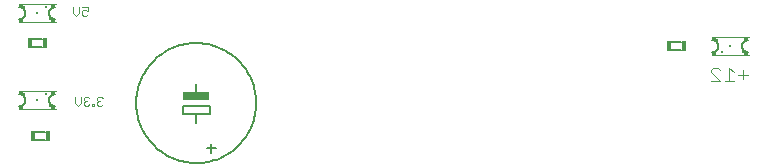
<source format=gbo>
G75*
%MOIN*%
%OFA0B0*%
%FSLAX24Y24*%
%IPPOS*%
%LPD*%
%AMOC8*
5,1,8,0,0,1.08239X$1,22.5*
%
%ADD10C,0.0030*%
%ADD11C,0.0040*%
%ADD12C,0.0060*%
%ADD13R,0.0900X0.0250*%
%ADD14C,0.0080*%
%ADD15C,0.0098*%
%ADD16R,0.0177X0.0157*%
%ADD17R,0.0069X0.0128*%
%ADD18R,0.0079X0.0079*%
%ADD19R,0.0160X0.0340*%
D10*
X006005Y003412D02*
X006005Y003605D01*
X006005Y003412D02*
X006102Y003315D01*
X006198Y003412D01*
X006198Y003605D01*
X006300Y003557D02*
X006300Y003508D01*
X006348Y003460D01*
X006300Y003412D01*
X006300Y003363D01*
X006348Y003315D01*
X006445Y003315D01*
X006493Y003363D01*
X006592Y003363D02*
X006592Y003315D01*
X006640Y003315D01*
X006640Y003363D01*
X006592Y003363D01*
X006742Y003363D02*
X006790Y003315D01*
X006887Y003315D01*
X006935Y003363D01*
X006838Y003460D02*
X006790Y003460D01*
X006742Y003412D01*
X006742Y003363D01*
X006790Y003460D02*
X006742Y003508D01*
X006742Y003557D01*
X006790Y003605D01*
X006887Y003605D01*
X006935Y003557D01*
X006493Y003557D02*
X006445Y003605D01*
X006348Y003605D01*
X006300Y003557D01*
X006348Y003460D02*
X006396Y003460D01*
X006387Y006315D02*
X006290Y006315D01*
X006242Y006363D01*
X006242Y006460D01*
X006290Y006508D01*
X006338Y006508D01*
X006435Y006460D01*
X006435Y006605D01*
X006242Y006605D01*
X006140Y006605D02*
X006140Y006412D01*
X006044Y006315D01*
X005947Y006412D01*
X005947Y006605D01*
X006387Y006315D02*
X006435Y006363D01*
D11*
X005360Y003205D02*
X004140Y003205D01*
X004140Y003795D02*
X005360Y003795D01*
X005360Y006105D02*
X004140Y006105D01*
X004140Y006695D02*
X005360Y006695D01*
X027240Y005595D02*
X028460Y005595D01*
X028460Y005005D02*
X027240Y005005D01*
X027279Y004580D02*
X027432Y004580D01*
X027509Y004504D01*
X027279Y004580D02*
X027202Y004504D01*
X027202Y004427D01*
X027509Y004120D01*
X027202Y004120D01*
X027663Y004120D02*
X027970Y004120D01*
X027816Y004120D02*
X027816Y004580D01*
X027970Y004427D01*
X028123Y004350D02*
X028430Y004350D01*
X028277Y004197D02*
X028277Y004504D01*
D12*
X026220Y005160D02*
X025880Y005160D01*
X025880Y005440D02*
X026220Y005440D01*
X010700Y001900D02*
X010400Y001900D01*
X010550Y002050D02*
X010550Y001750D01*
X010050Y002750D02*
X010050Y002950D01*
X010050Y003050D01*
X010500Y003050D01*
X010500Y003300D01*
X009600Y003300D01*
X009600Y003050D01*
X010050Y003050D01*
X008050Y003400D02*
X008052Y003489D01*
X008058Y003578D01*
X008068Y003667D01*
X008082Y003755D01*
X008099Y003842D01*
X008121Y003928D01*
X008147Y004014D01*
X008176Y004098D01*
X008209Y004181D01*
X008245Y004262D01*
X008286Y004342D01*
X008329Y004419D01*
X008376Y004495D01*
X008427Y004568D01*
X008480Y004639D01*
X008537Y004708D01*
X008597Y004774D01*
X008660Y004838D01*
X008725Y004898D01*
X008793Y004956D01*
X008864Y005010D01*
X008937Y005061D01*
X009012Y005109D01*
X009089Y005154D01*
X009168Y005195D01*
X009249Y005232D01*
X009331Y005266D01*
X009415Y005297D01*
X009500Y005323D01*
X009586Y005346D01*
X009673Y005364D01*
X009761Y005379D01*
X009850Y005390D01*
X009939Y005397D01*
X010028Y005400D01*
X010117Y005399D01*
X010206Y005394D01*
X010294Y005385D01*
X010383Y005372D01*
X010470Y005355D01*
X010557Y005335D01*
X010643Y005310D01*
X010727Y005282D01*
X010810Y005250D01*
X010892Y005214D01*
X010972Y005175D01*
X011050Y005132D01*
X011126Y005086D01*
X011200Y005036D01*
X011272Y004983D01*
X011341Y004927D01*
X011408Y004868D01*
X011472Y004806D01*
X011533Y004742D01*
X011592Y004674D01*
X011647Y004604D01*
X011699Y004532D01*
X011748Y004457D01*
X011793Y004381D01*
X011835Y004302D01*
X011873Y004222D01*
X011908Y004140D01*
X011939Y004056D01*
X011967Y003971D01*
X011990Y003885D01*
X012010Y003798D01*
X012026Y003711D01*
X012038Y003622D01*
X012046Y003534D01*
X012050Y003445D01*
X012050Y003355D01*
X012046Y003266D01*
X012038Y003178D01*
X012026Y003089D01*
X012010Y003002D01*
X011990Y002915D01*
X011967Y002829D01*
X011939Y002744D01*
X011908Y002660D01*
X011873Y002578D01*
X011835Y002498D01*
X011793Y002419D01*
X011748Y002343D01*
X011699Y002268D01*
X011647Y002196D01*
X011592Y002126D01*
X011533Y002058D01*
X011472Y001994D01*
X011408Y001932D01*
X011341Y001873D01*
X011272Y001817D01*
X011200Y001764D01*
X011126Y001714D01*
X011050Y001668D01*
X010972Y001625D01*
X010892Y001586D01*
X010810Y001550D01*
X010727Y001518D01*
X010643Y001490D01*
X010557Y001465D01*
X010470Y001445D01*
X010383Y001428D01*
X010294Y001415D01*
X010206Y001406D01*
X010117Y001401D01*
X010028Y001400D01*
X009939Y001403D01*
X009850Y001410D01*
X009761Y001421D01*
X009673Y001436D01*
X009586Y001454D01*
X009500Y001477D01*
X009415Y001503D01*
X009331Y001534D01*
X009249Y001568D01*
X009168Y001605D01*
X009089Y001646D01*
X009012Y001691D01*
X008937Y001739D01*
X008864Y001790D01*
X008793Y001844D01*
X008725Y001902D01*
X008660Y001962D01*
X008597Y002026D01*
X008537Y002092D01*
X008480Y002161D01*
X008427Y002232D01*
X008376Y002305D01*
X008329Y002381D01*
X008286Y002458D01*
X008245Y002538D01*
X008209Y002619D01*
X008176Y002702D01*
X008147Y002786D01*
X008121Y002872D01*
X008099Y002958D01*
X008082Y003045D01*
X008068Y003133D01*
X008058Y003222D01*
X008052Y003311D01*
X008050Y003400D01*
X010050Y003650D02*
X010050Y003850D01*
X010050Y004050D01*
X004920Y005260D02*
X004580Y005260D01*
X004580Y005540D02*
X004920Y005540D01*
X005020Y002440D02*
X004680Y002440D01*
X004680Y002160D02*
X005020Y002160D01*
D13*
X010050Y003625D03*
D14*
X005341Y003697D02*
X005314Y003695D01*
X005288Y003690D01*
X005263Y003681D01*
X005239Y003668D01*
X005217Y003653D01*
X005197Y003634D01*
X005180Y003614D01*
X005166Y003591D01*
X005155Y003566D01*
X005148Y003540D01*
X005144Y003513D01*
X005144Y003487D01*
X005148Y003460D01*
X005155Y003434D01*
X005166Y003409D01*
X005180Y003386D01*
X005197Y003366D01*
X005217Y003347D01*
X005239Y003332D01*
X005263Y003319D01*
X005288Y003310D01*
X005314Y003305D01*
X005341Y003303D01*
X004159Y003303D02*
X004186Y003305D01*
X004212Y003310D01*
X004237Y003319D01*
X004261Y003332D01*
X004283Y003347D01*
X004303Y003366D01*
X004320Y003386D01*
X004334Y003409D01*
X004345Y003434D01*
X004352Y003460D01*
X004356Y003487D01*
X004356Y003513D01*
X004352Y003540D01*
X004345Y003566D01*
X004334Y003591D01*
X004320Y003614D01*
X004303Y003634D01*
X004283Y003653D01*
X004261Y003668D01*
X004237Y003681D01*
X004212Y003690D01*
X004186Y003695D01*
X004159Y003697D01*
X004159Y006203D02*
X004186Y006205D01*
X004212Y006210D01*
X004237Y006219D01*
X004261Y006232D01*
X004283Y006247D01*
X004303Y006266D01*
X004320Y006286D01*
X004334Y006309D01*
X004345Y006334D01*
X004352Y006360D01*
X004356Y006387D01*
X004356Y006413D01*
X004352Y006440D01*
X004345Y006466D01*
X004334Y006491D01*
X004320Y006514D01*
X004303Y006534D01*
X004283Y006553D01*
X004261Y006568D01*
X004237Y006581D01*
X004212Y006590D01*
X004186Y006595D01*
X004159Y006597D01*
X005341Y006597D02*
X005314Y006595D01*
X005288Y006590D01*
X005263Y006581D01*
X005239Y006568D01*
X005217Y006553D01*
X005197Y006534D01*
X005180Y006514D01*
X005166Y006491D01*
X005155Y006466D01*
X005148Y006440D01*
X005144Y006413D01*
X005144Y006387D01*
X005148Y006360D01*
X005155Y006334D01*
X005166Y006309D01*
X005180Y006286D01*
X005197Y006266D01*
X005217Y006247D01*
X005239Y006232D01*
X005263Y006219D01*
X005288Y006210D01*
X005314Y006205D01*
X005341Y006203D01*
X027259Y005497D02*
X027286Y005495D01*
X027312Y005490D01*
X027337Y005481D01*
X027361Y005468D01*
X027383Y005453D01*
X027403Y005434D01*
X027420Y005414D01*
X027434Y005391D01*
X027445Y005366D01*
X027452Y005340D01*
X027456Y005313D01*
X027456Y005287D01*
X027452Y005260D01*
X027445Y005234D01*
X027434Y005209D01*
X027420Y005186D01*
X027403Y005166D01*
X027383Y005147D01*
X027361Y005132D01*
X027337Y005119D01*
X027312Y005110D01*
X027286Y005105D01*
X027259Y005103D01*
X028441Y005103D02*
X028414Y005105D01*
X028388Y005110D01*
X028363Y005119D01*
X028339Y005132D01*
X028317Y005147D01*
X028297Y005166D01*
X028280Y005186D01*
X028266Y005209D01*
X028255Y005234D01*
X028248Y005260D01*
X028244Y005287D01*
X028244Y005313D01*
X028248Y005340D01*
X028255Y005366D01*
X028266Y005391D01*
X028280Y005414D01*
X028297Y005434D01*
X028317Y005453D01*
X028339Y005468D01*
X028363Y005481D01*
X028388Y005490D01*
X028414Y005495D01*
X028441Y005497D01*
D15*
X027565Y005093D03*
X005035Y003707D03*
X005035Y006607D03*
D16*
X005291Y006636D03*
X005291Y006164D03*
X004209Y006164D03*
X004209Y006636D03*
X004209Y003736D03*
X004209Y003264D03*
X005291Y003264D03*
X005291Y003736D03*
X027309Y005064D03*
X027309Y005536D03*
X028391Y005536D03*
X028391Y005064D03*
D17*
X028278Y005128D03*
X027422Y005472D03*
X005178Y006228D03*
X004322Y006572D03*
X004322Y003672D03*
X005178Y003328D03*
D18*
X004750Y003500D03*
X004750Y006400D03*
X027850Y005300D03*
D19*
X026300Y005300D03*
X025800Y005300D03*
X005000Y005400D03*
X004500Y005400D03*
X004600Y002300D03*
X005100Y002300D03*
M02*

</source>
